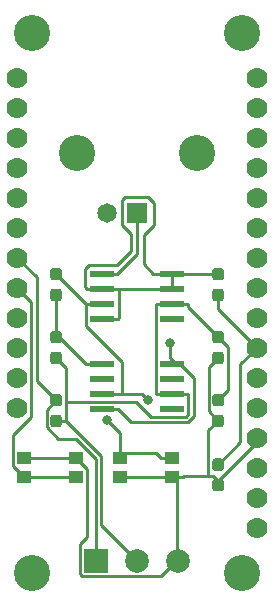
<source format=gbr>
G04 #@! TF.GenerationSoftware,KiCad,Pcbnew,5.0.2-bee76a0~70~ubuntu18.04.1*
G04 #@! TF.CreationDate,2019-02-21T16:56:04-08:00*
G04 #@! TF.ProjectId,ph_feather_wing,70685f66-6561-4746-9865-725f77696e67,rev?*
G04 #@! TF.SameCoordinates,Original*
G04 #@! TF.FileFunction,Copper,L1,Top*
G04 #@! TF.FilePolarity,Positive*
%FSLAX46Y46*%
G04 Gerber Fmt 4.6, Leading zero omitted, Abs format (unit mm)*
G04 Created by KiCad (PCBNEW 5.0.2-bee76a0~70~ubuntu18.04.1) date Thu 21 Feb 2019 04:56:04 PM PST*
%MOMM*%
%LPD*%
G01*
G04 APERTURE LIST*
G04 #@! TA.AperFunction,WasherPad*
%ADD10C,3.048000*%
G04 #@! TD*
G04 #@! TA.AperFunction,ComponentPad*
%ADD11C,3.048000*%
G04 #@! TD*
G04 #@! TA.AperFunction,ComponentPad*
%ADD12C,1.778000*%
G04 #@! TD*
G04 #@! TA.AperFunction,ComponentPad*
%ADD13R,1.651000X1.651000*%
G04 #@! TD*
G04 #@! TA.AperFunction,ComponentPad*
%ADD14C,1.651000*%
G04 #@! TD*
G04 #@! TA.AperFunction,ComponentPad*
%ADD15C,2.000000*%
G04 #@! TD*
G04 #@! TA.AperFunction,ComponentPad*
%ADD16R,2.000000X2.000000*%
G04 #@! TD*
G04 #@! TA.AperFunction,SMDPad,CuDef*
%ADD17R,2.058000X0.600000*%
G04 #@! TD*
G04 #@! TA.AperFunction,Conductor*
%ADD18C,0.100000*%
G04 #@! TD*
G04 #@! TA.AperFunction,SMDPad,CuDef*
%ADD19C,0.950000*%
G04 #@! TD*
G04 #@! TA.AperFunction,SMDPad,CuDef*
%ADD20R,1.200000X1.000000*%
G04 #@! TD*
G04 #@! TA.AperFunction,ViaPad*
%ADD21C,0.800000*%
G04 #@! TD*
G04 #@! TA.AperFunction,Conductor*
%ADD22C,0.250000*%
G04 #@! TD*
G04 APERTURE END LIST*
D10*
G04 #@! TO.P,W1,*
G04 #@! TO.N,*
X67310000Y-53340000D03*
X85090000Y-53340000D03*
D11*
X85090000Y-99060000D03*
X67310000Y-99060000D03*
D12*
G04 #@! TO.P,W1,1*
G04 #@! TO.N,Net-(W1-Pad1)*
X66040000Y-57150000D03*
G04 #@! TO.P,W1,2*
G04 #@! TO.N,Net-(W1-Pad2)*
X66040000Y-59690000D03*
G04 #@! TO.P,W1,3*
G04 #@! TO.N,Net-(W1-Pad3)*
X66040000Y-62230000D03*
G04 #@! TO.P,W1,4*
G04 #@! TO.N,Net-(W1-Pad4)*
X66040000Y-64770000D03*
G04 #@! TO.P,W1,5*
G04 #@! TO.N,Net-(W1-Pad5)*
X66040000Y-67310000D03*
G04 #@! TO.P,W1,6*
G04 #@! TO.N,Net-(W1-Pad6)*
X66040000Y-69850000D03*
G04 #@! TO.P,W1,7*
G04 #@! TO.N,/TEMP_DATA*
X66040000Y-72390000D03*
G04 #@! TO.P,W1,8*
G04 #@! TO.N,/BUTTON_1*
X66040000Y-74930000D03*
G04 #@! TO.P,W1,9*
G04 #@! TO.N,/BUTTON_2*
X66040000Y-77470000D03*
G04 #@! TO.P,W1,10*
G04 #@! TO.N,Net-(W1-Pad10)*
X66040000Y-80010000D03*
G04 #@! TO.P,W1,11*
G04 #@! TO.N,Net-(W1-Pad11)*
X66040000Y-82550000D03*
G04 #@! TO.P,W1,12*
G04 #@! TO.N,Net-(W1-Pad12)*
X66040000Y-85090000D03*
G04 #@! TO.P,W1,13*
G04 #@! TO.N,Net-(W1-Pad13)*
X86360000Y-95250000D03*
G04 #@! TO.P,W1,14*
G04 #@! TO.N,/3V3*
X86360000Y-92710000D03*
G04 #@! TO.P,W1,15*
G04 #@! TO.N,Net-(W1-Pad15)*
X86360000Y-90170000D03*
G04 #@! TO.P,W1,16*
G04 #@! TO.N,GND*
X86360000Y-87630000D03*
G04 #@! TO.P,W1,17*
G04 #@! TO.N,Net-(W1-Pad17)*
X86360000Y-85090000D03*
G04 #@! TO.P,W1,18*
G04 #@! TO.N,Net-(W1-Pad18)*
X86360000Y-82550000D03*
G04 #@! TO.P,W1,19*
G04 #@! TO.N,/PH_VOUT*
X86360000Y-80010000D03*
G04 #@! TO.P,W1,20*
G04 #@! TO.N,Net-(W1-Pad20)*
X86360000Y-77470000D03*
G04 #@! TO.P,W1,21*
G04 #@! TO.N,Net-(W1-Pad21)*
X86360000Y-74930000D03*
G04 #@! TO.P,W1,22*
G04 #@! TO.N,Net-(W1-Pad22)*
X86360000Y-72390000D03*
G04 #@! TO.P,W1,23*
G04 #@! TO.N,Net-(W1-Pad23)*
X86360000Y-69850000D03*
G04 #@! TO.P,W1,24*
G04 #@! TO.N,Net-(W1-Pad24)*
X86360000Y-67310000D03*
G04 #@! TO.P,W1,25*
G04 #@! TO.N,Net-(W1-Pad25)*
X86360000Y-64770000D03*
G04 #@! TO.P,W1,26*
G04 #@! TO.N,Net-(W1-Pad26)*
X86360000Y-62230000D03*
G04 #@! TO.P,W1,27*
G04 #@! TO.N,Net-(W1-Pad27)*
X86360000Y-59690000D03*
G04 #@! TO.P,W1,28*
G04 #@! TO.N,Net-(W1-Pad28)*
X86360000Y-57150000D03*
G04 #@! TD*
D11*
G04 #@! TO.P,J1,*
G04 #@! TO.N,*
X71120000Y-63500000D03*
X81280000Y-63500000D03*
D13*
G04 #@! TO.P,J1,1*
G04 #@! TO.N,/PROBE_OUT*
X76200000Y-68580000D03*
D14*
G04 #@! TO.P,J1,2*
G04 #@! TO.N,/PROBE_VGND*
X73660000Y-68580000D03*
G04 #@! TD*
D15*
G04 #@! TO.P,J2,2*
G04 #@! TO.N,/3V3*
X76200000Y-98044000D03*
D16*
G04 #@! TO.P,J2,1*
G04 #@! TO.N,/TEMP_DATA*
X72699880Y-98044000D03*
D15*
G04 #@! TO.P,J2,3*
G04 #@! TO.N,GND*
X79700120Y-98044000D03*
G04 #@! TD*
D17*
G04 #@! TO.P,U1,8*
G04 #@! TO.N,/PROBE_VGND*
X79154000Y-81407000D03*
G04 #@! TO.P,U1,7*
G04 #@! TO.N,Net-(U1-Pad7)*
X79154000Y-82677000D03*
G04 #@! TO.P,U1,6*
G04 #@! TO.N,/3V3*
X79154000Y-83947000D03*
G04 #@! TO.P,U1,5*
G04 #@! TO.N,Net-(U1-Pad5)*
X79154000Y-85217000D03*
G04 #@! TO.P,U1,4*
G04 #@! TO.N,/PROBE_VGND*
X73246000Y-85217000D03*
G04 #@! TO.P,U1,3*
G04 #@! TO.N,GND*
X73246000Y-83947000D03*
G04 #@! TO.P,U1,2*
G04 #@! TO.N,Net-(U1-Pad2)*
X73246000Y-82677000D03*
G04 #@! TO.P,U1,1*
G04 #@! TO.N,Net-(R1-Pad2)*
X73246000Y-81407000D03*
G04 #@! TD*
G04 #@! TO.P,U2,1*
G04 #@! TO.N,/PROBE_OUT*
X73246000Y-73787000D03*
G04 #@! TO.P,U2,2*
G04 #@! TO.N,Net-(R3-Pad1)*
X73246000Y-75057000D03*
G04 #@! TO.P,U2,3*
G04 #@! TO.N,GND*
X73246000Y-76327000D03*
G04 #@! TO.P,U2,4*
G04 #@! TO.N,Net-(R3-Pad1)*
X73246000Y-77597000D03*
G04 #@! TO.P,U2,5*
G04 #@! TO.N,Net-(U2-Pad5)*
X79154000Y-77597000D03*
G04 #@! TO.P,U2,6*
G04 #@! TO.N,/3V3*
X79154000Y-76327000D03*
G04 #@! TO.P,U2,7*
G04 #@! TO.N,Net-(R3-Pad1)*
X79154000Y-75057000D03*
G04 #@! TO.P,U2,8*
X79154000Y-73787000D03*
G04 #@! TD*
D18*
G04 #@! TO.N,GND*
G04 #@! TO.C,C1*
G36*
X83318779Y-91142144D02*
X83341834Y-91145563D01*
X83364443Y-91151227D01*
X83386387Y-91159079D01*
X83407457Y-91169044D01*
X83427448Y-91181026D01*
X83446168Y-91194910D01*
X83463438Y-91210562D01*
X83479090Y-91227832D01*
X83492974Y-91246552D01*
X83504956Y-91266543D01*
X83514921Y-91287613D01*
X83522773Y-91309557D01*
X83528437Y-91332166D01*
X83531856Y-91355221D01*
X83533000Y-91378500D01*
X83533000Y-91953500D01*
X83531856Y-91976779D01*
X83528437Y-91999834D01*
X83522773Y-92022443D01*
X83514921Y-92044387D01*
X83504956Y-92065457D01*
X83492974Y-92085448D01*
X83479090Y-92104168D01*
X83463438Y-92121438D01*
X83446168Y-92137090D01*
X83427448Y-92150974D01*
X83407457Y-92162956D01*
X83386387Y-92172921D01*
X83364443Y-92180773D01*
X83341834Y-92186437D01*
X83318779Y-92189856D01*
X83295500Y-92191000D01*
X82820500Y-92191000D01*
X82797221Y-92189856D01*
X82774166Y-92186437D01*
X82751557Y-92180773D01*
X82729613Y-92172921D01*
X82708543Y-92162956D01*
X82688552Y-92150974D01*
X82669832Y-92137090D01*
X82652562Y-92121438D01*
X82636910Y-92104168D01*
X82623026Y-92085448D01*
X82611044Y-92065457D01*
X82601079Y-92044387D01*
X82593227Y-92022443D01*
X82587563Y-91999834D01*
X82584144Y-91976779D01*
X82583000Y-91953500D01*
X82583000Y-91378500D01*
X82584144Y-91355221D01*
X82587563Y-91332166D01*
X82593227Y-91309557D01*
X82601079Y-91287613D01*
X82611044Y-91266543D01*
X82623026Y-91246552D01*
X82636910Y-91227832D01*
X82652562Y-91210562D01*
X82669832Y-91194910D01*
X82688552Y-91181026D01*
X82708543Y-91169044D01*
X82729613Y-91159079D01*
X82751557Y-91151227D01*
X82774166Y-91145563D01*
X82797221Y-91142144D01*
X82820500Y-91141000D01*
X83295500Y-91141000D01*
X83318779Y-91142144D01*
X83318779Y-91142144D01*
G37*
D19*
G04 #@! TD*
G04 #@! TO.P,C1,1*
G04 #@! TO.N,GND*
X83058000Y-91666000D03*
D18*
G04 #@! TO.N,/PH_VOUT*
G04 #@! TO.C,C1*
G36*
X83318779Y-89392144D02*
X83341834Y-89395563D01*
X83364443Y-89401227D01*
X83386387Y-89409079D01*
X83407457Y-89419044D01*
X83427448Y-89431026D01*
X83446168Y-89444910D01*
X83463438Y-89460562D01*
X83479090Y-89477832D01*
X83492974Y-89496552D01*
X83504956Y-89516543D01*
X83514921Y-89537613D01*
X83522773Y-89559557D01*
X83528437Y-89582166D01*
X83531856Y-89605221D01*
X83533000Y-89628500D01*
X83533000Y-90203500D01*
X83531856Y-90226779D01*
X83528437Y-90249834D01*
X83522773Y-90272443D01*
X83514921Y-90294387D01*
X83504956Y-90315457D01*
X83492974Y-90335448D01*
X83479090Y-90354168D01*
X83463438Y-90371438D01*
X83446168Y-90387090D01*
X83427448Y-90400974D01*
X83407457Y-90412956D01*
X83386387Y-90422921D01*
X83364443Y-90430773D01*
X83341834Y-90436437D01*
X83318779Y-90439856D01*
X83295500Y-90441000D01*
X82820500Y-90441000D01*
X82797221Y-90439856D01*
X82774166Y-90436437D01*
X82751557Y-90430773D01*
X82729613Y-90422921D01*
X82708543Y-90412956D01*
X82688552Y-90400974D01*
X82669832Y-90387090D01*
X82652562Y-90371438D01*
X82636910Y-90354168D01*
X82623026Y-90335448D01*
X82611044Y-90315457D01*
X82601079Y-90294387D01*
X82593227Y-90272443D01*
X82587563Y-90249834D01*
X82584144Y-90226779D01*
X82583000Y-90203500D01*
X82583000Y-89628500D01*
X82584144Y-89605221D01*
X82587563Y-89582166D01*
X82593227Y-89559557D01*
X82601079Y-89537613D01*
X82611044Y-89516543D01*
X82623026Y-89496552D01*
X82636910Y-89477832D01*
X82652562Y-89460562D01*
X82669832Y-89444910D01*
X82688552Y-89431026D01*
X82708543Y-89419044D01*
X82729613Y-89409079D01*
X82751557Y-89401227D01*
X82774166Y-89395563D01*
X82797221Y-89392144D01*
X82820500Y-89391000D01*
X83295500Y-89391000D01*
X83318779Y-89392144D01*
X83318779Y-89392144D01*
G37*
D19*
G04 #@! TD*
G04 #@! TO.P,C1,2*
G04 #@! TO.N,/PH_VOUT*
X83058000Y-89916000D03*
D18*
G04 #@! TO.N,GND*
G04 #@! TO.C,C2*
G36*
X83318779Y-85695144D02*
X83341834Y-85698563D01*
X83364443Y-85704227D01*
X83386387Y-85712079D01*
X83407457Y-85722044D01*
X83427448Y-85734026D01*
X83446168Y-85747910D01*
X83463438Y-85763562D01*
X83479090Y-85780832D01*
X83492974Y-85799552D01*
X83504956Y-85819543D01*
X83514921Y-85840613D01*
X83522773Y-85862557D01*
X83528437Y-85885166D01*
X83531856Y-85908221D01*
X83533000Y-85931500D01*
X83533000Y-86506500D01*
X83531856Y-86529779D01*
X83528437Y-86552834D01*
X83522773Y-86575443D01*
X83514921Y-86597387D01*
X83504956Y-86618457D01*
X83492974Y-86638448D01*
X83479090Y-86657168D01*
X83463438Y-86674438D01*
X83446168Y-86690090D01*
X83427448Y-86703974D01*
X83407457Y-86715956D01*
X83386387Y-86725921D01*
X83364443Y-86733773D01*
X83341834Y-86739437D01*
X83318779Y-86742856D01*
X83295500Y-86744000D01*
X82820500Y-86744000D01*
X82797221Y-86742856D01*
X82774166Y-86739437D01*
X82751557Y-86733773D01*
X82729613Y-86725921D01*
X82708543Y-86715956D01*
X82688552Y-86703974D01*
X82669832Y-86690090D01*
X82652562Y-86674438D01*
X82636910Y-86657168D01*
X82623026Y-86638448D01*
X82611044Y-86618457D01*
X82601079Y-86597387D01*
X82593227Y-86575443D01*
X82587563Y-86552834D01*
X82584144Y-86529779D01*
X82583000Y-86506500D01*
X82583000Y-85931500D01*
X82584144Y-85908221D01*
X82587563Y-85885166D01*
X82593227Y-85862557D01*
X82601079Y-85840613D01*
X82611044Y-85819543D01*
X82623026Y-85799552D01*
X82636910Y-85780832D01*
X82652562Y-85763562D01*
X82669832Y-85747910D01*
X82688552Y-85734026D01*
X82708543Y-85722044D01*
X82729613Y-85712079D01*
X82751557Y-85704227D01*
X82774166Y-85698563D01*
X82797221Y-85695144D01*
X82820500Y-85694000D01*
X83295500Y-85694000D01*
X83318779Y-85695144D01*
X83318779Y-85695144D01*
G37*
D19*
G04 #@! TD*
G04 #@! TO.P,C2,2*
G04 #@! TO.N,GND*
X83058000Y-86219000D03*
D18*
G04 #@! TO.N,/3V3*
G04 #@! TO.C,C2*
G36*
X83318779Y-83945144D02*
X83341834Y-83948563D01*
X83364443Y-83954227D01*
X83386387Y-83962079D01*
X83407457Y-83972044D01*
X83427448Y-83984026D01*
X83446168Y-83997910D01*
X83463438Y-84013562D01*
X83479090Y-84030832D01*
X83492974Y-84049552D01*
X83504956Y-84069543D01*
X83514921Y-84090613D01*
X83522773Y-84112557D01*
X83528437Y-84135166D01*
X83531856Y-84158221D01*
X83533000Y-84181500D01*
X83533000Y-84756500D01*
X83531856Y-84779779D01*
X83528437Y-84802834D01*
X83522773Y-84825443D01*
X83514921Y-84847387D01*
X83504956Y-84868457D01*
X83492974Y-84888448D01*
X83479090Y-84907168D01*
X83463438Y-84924438D01*
X83446168Y-84940090D01*
X83427448Y-84953974D01*
X83407457Y-84965956D01*
X83386387Y-84975921D01*
X83364443Y-84983773D01*
X83341834Y-84989437D01*
X83318779Y-84992856D01*
X83295500Y-84994000D01*
X82820500Y-84994000D01*
X82797221Y-84992856D01*
X82774166Y-84989437D01*
X82751557Y-84983773D01*
X82729613Y-84975921D01*
X82708543Y-84965956D01*
X82688552Y-84953974D01*
X82669832Y-84940090D01*
X82652562Y-84924438D01*
X82636910Y-84907168D01*
X82623026Y-84888448D01*
X82611044Y-84868457D01*
X82601079Y-84847387D01*
X82593227Y-84825443D01*
X82587563Y-84802834D01*
X82584144Y-84779779D01*
X82583000Y-84756500D01*
X82583000Y-84181500D01*
X82584144Y-84158221D01*
X82587563Y-84135166D01*
X82593227Y-84112557D01*
X82601079Y-84090613D01*
X82611044Y-84069543D01*
X82623026Y-84049552D01*
X82636910Y-84030832D01*
X82652562Y-84013562D01*
X82669832Y-83997910D01*
X82688552Y-83984026D01*
X82708543Y-83972044D01*
X82729613Y-83962079D01*
X82751557Y-83954227D01*
X82774166Y-83948563D01*
X82797221Y-83945144D01*
X82820500Y-83944000D01*
X83295500Y-83944000D01*
X83318779Y-83945144D01*
X83318779Y-83945144D01*
G37*
D19*
G04 #@! TD*
G04 #@! TO.P,C2,1*
G04 #@! TO.N,/3V3*
X83058000Y-84469000D03*
D18*
G04 #@! TO.N,/3V3*
G04 #@! TO.C,C3*
G36*
X83318779Y-78611144D02*
X83341834Y-78614563D01*
X83364443Y-78620227D01*
X83386387Y-78628079D01*
X83407457Y-78638044D01*
X83427448Y-78650026D01*
X83446168Y-78663910D01*
X83463438Y-78679562D01*
X83479090Y-78696832D01*
X83492974Y-78715552D01*
X83504956Y-78735543D01*
X83514921Y-78756613D01*
X83522773Y-78778557D01*
X83528437Y-78801166D01*
X83531856Y-78824221D01*
X83533000Y-78847500D01*
X83533000Y-79422500D01*
X83531856Y-79445779D01*
X83528437Y-79468834D01*
X83522773Y-79491443D01*
X83514921Y-79513387D01*
X83504956Y-79534457D01*
X83492974Y-79554448D01*
X83479090Y-79573168D01*
X83463438Y-79590438D01*
X83446168Y-79606090D01*
X83427448Y-79619974D01*
X83407457Y-79631956D01*
X83386387Y-79641921D01*
X83364443Y-79649773D01*
X83341834Y-79655437D01*
X83318779Y-79658856D01*
X83295500Y-79660000D01*
X82820500Y-79660000D01*
X82797221Y-79658856D01*
X82774166Y-79655437D01*
X82751557Y-79649773D01*
X82729613Y-79641921D01*
X82708543Y-79631956D01*
X82688552Y-79619974D01*
X82669832Y-79606090D01*
X82652562Y-79590438D01*
X82636910Y-79573168D01*
X82623026Y-79554448D01*
X82611044Y-79534457D01*
X82601079Y-79513387D01*
X82593227Y-79491443D01*
X82587563Y-79468834D01*
X82584144Y-79445779D01*
X82583000Y-79422500D01*
X82583000Y-78847500D01*
X82584144Y-78824221D01*
X82587563Y-78801166D01*
X82593227Y-78778557D01*
X82601079Y-78756613D01*
X82611044Y-78735543D01*
X82623026Y-78715552D01*
X82636910Y-78696832D01*
X82652562Y-78679562D01*
X82669832Y-78663910D01*
X82688552Y-78650026D01*
X82708543Y-78638044D01*
X82729613Y-78628079D01*
X82751557Y-78620227D01*
X82774166Y-78614563D01*
X82797221Y-78611144D01*
X82820500Y-78610000D01*
X83295500Y-78610000D01*
X83318779Y-78611144D01*
X83318779Y-78611144D01*
G37*
D19*
G04 #@! TD*
G04 #@! TO.P,C3,1*
G04 #@! TO.N,/3V3*
X83058000Y-79135000D03*
D18*
G04 #@! TO.N,GND*
G04 #@! TO.C,C3*
G36*
X83318779Y-80361144D02*
X83341834Y-80364563D01*
X83364443Y-80370227D01*
X83386387Y-80378079D01*
X83407457Y-80388044D01*
X83427448Y-80400026D01*
X83446168Y-80413910D01*
X83463438Y-80429562D01*
X83479090Y-80446832D01*
X83492974Y-80465552D01*
X83504956Y-80485543D01*
X83514921Y-80506613D01*
X83522773Y-80528557D01*
X83528437Y-80551166D01*
X83531856Y-80574221D01*
X83533000Y-80597500D01*
X83533000Y-81172500D01*
X83531856Y-81195779D01*
X83528437Y-81218834D01*
X83522773Y-81241443D01*
X83514921Y-81263387D01*
X83504956Y-81284457D01*
X83492974Y-81304448D01*
X83479090Y-81323168D01*
X83463438Y-81340438D01*
X83446168Y-81356090D01*
X83427448Y-81369974D01*
X83407457Y-81381956D01*
X83386387Y-81391921D01*
X83364443Y-81399773D01*
X83341834Y-81405437D01*
X83318779Y-81408856D01*
X83295500Y-81410000D01*
X82820500Y-81410000D01*
X82797221Y-81408856D01*
X82774166Y-81405437D01*
X82751557Y-81399773D01*
X82729613Y-81391921D01*
X82708543Y-81381956D01*
X82688552Y-81369974D01*
X82669832Y-81356090D01*
X82652562Y-81340438D01*
X82636910Y-81323168D01*
X82623026Y-81304448D01*
X82611044Y-81284457D01*
X82601079Y-81263387D01*
X82593227Y-81241443D01*
X82587563Y-81218834D01*
X82584144Y-81195779D01*
X82583000Y-81172500D01*
X82583000Y-80597500D01*
X82584144Y-80574221D01*
X82587563Y-80551166D01*
X82593227Y-80528557D01*
X82601079Y-80506613D01*
X82611044Y-80485543D01*
X82623026Y-80465552D01*
X82636910Y-80446832D01*
X82652562Y-80429562D01*
X82669832Y-80413910D01*
X82688552Y-80400026D01*
X82708543Y-80388044D01*
X82729613Y-80378079D01*
X82751557Y-80370227D01*
X82774166Y-80364563D01*
X82797221Y-80361144D01*
X82820500Y-80360000D01*
X83295500Y-80360000D01*
X83318779Y-80361144D01*
X83318779Y-80361144D01*
G37*
D19*
G04 #@! TD*
G04 #@! TO.P,C3,2*
G04 #@! TO.N,GND*
X83058000Y-80885000D03*
D18*
G04 #@! TO.N,Net-(R1-Pad2)*
G04 #@! TO.C,R1*
G36*
X69602779Y-78611144D02*
X69625834Y-78614563D01*
X69648443Y-78620227D01*
X69670387Y-78628079D01*
X69691457Y-78638044D01*
X69711448Y-78650026D01*
X69730168Y-78663910D01*
X69747438Y-78679562D01*
X69763090Y-78696832D01*
X69776974Y-78715552D01*
X69788956Y-78735543D01*
X69798921Y-78756613D01*
X69806773Y-78778557D01*
X69812437Y-78801166D01*
X69815856Y-78824221D01*
X69817000Y-78847500D01*
X69817000Y-79422500D01*
X69815856Y-79445779D01*
X69812437Y-79468834D01*
X69806773Y-79491443D01*
X69798921Y-79513387D01*
X69788956Y-79534457D01*
X69776974Y-79554448D01*
X69763090Y-79573168D01*
X69747438Y-79590438D01*
X69730168Y-79606090D01*
X69711448Y-79619974D01*
X69691457Y-79631956D01*
X69670387Y-79641921D01*
X69648443Y-79649773D01*
X69625834Y-79655437D01*
X69602779Y-79658856D01*
X69579500Y-79660000D01*
X69104500Y-79660000D01*
X69081221Y-79658856D01*
X69058166Y-79655437D01*
X69035557Y-79649773D01*
X69013613Y-79641921D01*
X68992543Y-79631956D01*
X68972552Y-79619974D01*
X68953832Y-79606090D01*
X68936562Y-79590438D01*
X68920910Y-79573168D01*
X68907026Y-79554448D01*
X68895044Y-79534457D01*
X68885079Y-79513387D01*
X68877227Y-79491443D01*
X68871563Y-79468834D01*
X68868144Y-79445779D01*
X68867000Y-79422500D01*
X68867000Y-78847500D01*
X68868144Y-78824221D01*
X68871563Y-78801166D01*
X68877227Y-78778557D01*
X68885079Y-78756613D01*
X68895044Y-78735543D01*
X68907026Y-78715552D01*
X68920910Y-78696832D01*
X68936562Y-78679562D01*
X68953832Y-78663910D01*
X68972552Y-78650026D01*
X68992543Y-78638044D01*
X69013613Y-78628079D01*
X69035557Y-78620227D01*
X69058166Y-78614563D01*
X69081221Y-78611144D01*
X69104500Y-78610000D01*
X69579500Y-78610000D01*
X69602779Y-78611144D01*
X69602779Y-78611144D01*
G37*
D19*
G04 #@! TD*
G04 #@! TO.P,R1,2*
G04 #@! TO.N,Net-(R1-Pad2)*
X69342000Y-79135000D03*
D18*
G04 #@! TO.N,/3V3*
G04 #@! TO.C,R1*
G36*
X69602779Y-80361144D02*
X69625834Y-80364563D01*
X69648443Y-80370227D01*
X69670387Y-80378079D01*
X69691457Y-80388044D01*
X69711448Y-80400026D01*
X69730168Y-80413910D01*
X69747438Y-80429562D01*
X69763090Y-80446832D01*
X69776974Y-80465552D01*
X69788956Y-80485543D01*
X69798921Y-80506613D01*
X69806773Y-80528557D01*
X69812437Y-80551166D01*
X69815856Y-80574221D01*
X69817000Y-80597500D01*
X69817000Y-81172500D01*
X69815856Y-81195779D01*
X69812437Y-81218834D01*
X69806773Y-81241443D01*
X69798921Y-81263387D01*
X69788956Y-81284457D01*
X69776974Y-81304448D01*
X69763090Y-81323168D01*
X69747438Y-81340438D01*
X69730168Y-81356090D01*
X69711448Y-81369974D01*
X69691457Y-81381956D01*
X69670387Y-81391921D01*
X69648443Y-81399773D01*
X69625834Y-81405437D01*
X69602779Y-81408856D01*
X69579500Y-81410000D01*
X69104500Y-81410000D01*
X69081221Y-81408856D01*
X69058166Y-81405437D01*
X69035557Y-81399773D01*
X69013613Y-81391921D01*
X68992543Y-81381956D01*
X68972552Y-81369974D01*
X68953832Y-81356090D01*
X68936562Y-81340438D01*
X68920910Y-81323168D01*
X68907026Y-81304448D01*
X68895044Y-81284457D01*
X68885079Y-81263387D01*
X68877227Y-81241443D01*
X68871563Y-81218834D01*
X68868144Y-81195779D01*
X68867000Y-81172500D01*
X68867000Y-80597500D01*
X68868144Y-80574221D01*
X68871563Y-80551166D01*
X68877227Y-80528557D01*
X68885079Y-80506613D01*
X68895044Y-80485543D01*
X68907026Y-80465552D01*
X68920910Y-80446832D01*
X68936562Y-80429562D01*
X68953832Y-80413910D01*
X68972552Y-80400026D01*
X68992543Y-80388044D01*
X69013613Y-80378079D01*
X69035557Y-80370227D01*
X69058166Y-80364563D01*
X69081221Y-80361144D01*
X69104500Y-80360000D01*
X69579500Y-80360000D01*
X69602779Y-80361144D01*
X69602779Y-80361144D01*
G37*
D19*
G04 #@! TD*
G04 #@! TO.P,R1,1*
G04 #@! TO.N,/3V3*
X69342000Y-80885000D03*
D18*
G04 #@! TO.N,GND*
G04 #@! TO.C,R2*
G36*
X69602779Y-73277144D02*
X69625834Y-73280563D01*
X69648443Y-73286227D01*
X69670387Y-73294079D01*
X69691457Y-73304044D01*
X69711448Y-73316026D01*
X69730168Y-73329910D01*
X69747438Y-73345562D01*
X69763090Y-73362832D01*
X69776974Y-73381552D01*
X69788956Y-73401543D01*
X69798921Y-73422613D01*
X69806773Y-73444557D01*
X69812437Y-73467166D01*
X69815856Y-73490221D01*
X69817000Y-73513500D01*
X69817000Y-74088500D01*
X69815856Y-74111779D01*
X69812437Y-74134834D01*
X69806773Y-74157443D01*
X69798921Y-74179387D01*
X69788956Y-74200457D01*
X69776974Y-74220448D01*
X69763090Y-74239168D01*
X69747438Y-74256438D01*
X69730168Y-74272090D01*
X69711448Y-74285974D01*
X69691457Y-74297956D01*
X69670387Y-74307921D01*
X69648443Y-74315773D01*
X69625834Y-74321437D01*
X69602779Y-74324856D01*
X69579500Y-74326000D01*
X69104500Y-74326000D01*
X69081221Y-74324856D01*
X69058166Y-74321437D01*
X69035557Y-74315773D01*
X69013613Y-74307921D01*
X68992543Y-74297956D01*
X68972552Y-74285974D01*
X68953832Y-74272090D01*
X68936562Y-74256438D01*
X68920910Y-74239168D01*
X68907026Y-74220448D01*
X68895044Y-74200457D01*
X68885079Y-74179387D01*
X68877227Y-74157443D01*
X68871563Y-74134834D01*
X68868144Y-74111779D01*
X68867000Y-74088500D01*
X68867000Y-73513500D01*
X68868144Y-73490221D01*
X68871563Y-73467166D01*
X68877227Y-73444557D01*
X68885079Y-73422613D01*
X68895044Y-73401543D01*
X68907026Y-73381552D01*
X68920910Y-73362832D01*
X68936562Y-73345562D01*
X68953832Y-73329910D01*
X68972552Y-73316026D01*
X68992543Y-73304044D01*
X69013613Y-73294079D01*
X69035557Y-73286227D01*
X69058166Y-73280563D01*
X69081221Y-73277144D01*
X69104500Y-73276000D01*
X69579500Y-73276000D01*
X69602779Y-73277144D01*
X69602779Y-73277144D01*
G37*
D19*
G04 #@! TD*
G04 #@! TO.P,R2,2*
G04 #@! TO.N,GND*
X69342000Y-73801000D03*
D18*
G04 #@! TO.N,Net-(R1-Pad2)*
G04 #@! TO.C,R2*
G36*
X69602779Y-75027144D02*
X69625834Y-75030563D01*
X69648443Y-75036227D01*
X69670387Y-75044079D01*
X69691457Y-75054044D01*
X69711448Y-75066026D01*
X69730168Y-75079910D01*
X69747438Y-75095562D01*
X69763090Y-75112832D01*
X69776974Y-75131552D01*
X69788956Y-75151543D01*
X69798921Y-75172613D01*
X69806773Y-75194557D01*
X69812437Y-75217166D01*
X69815856Y-75240221D01*
X69817000Y-75263500D01*
X69817000Y-75838500D01*
X69815856Y-75861779D01*
X69812437Y-75884834D01*
X69806773Y-75907443D01*
X69798921Y-75929387D01*
X69788956Y-75950457D01*
X69776974Y-75970448D01*
X69763090Y-75989168D01*
X69747438Y-76006438D01*
X69730168Y-76022090D01*
X69711448Y-76035974D01*
X69691457Y-76047956D01*
X69670387Y-76057921D01*
X69648443Y-76065773D01*
X69625834Y-76071437D01*
X69602779Y-76074856D01*
X69579500Y-76076000D01*
X69104500Y-76076000D01*
X69081221Y-76074856D01*
X69058166Y-76071437D01*
X69035557Y-76065773D01*
X69013613Y-76057921D01*
X68992543Y-76047956D01*
X68972552Y-76035974D01*
X68953832Y-76022090D01*
X68936562Y-76006438D01*
X68920910Y-75989168D01*
X68907026Y-75970448D01*
X68895044Y-75950457D01*
X68885079Y-75929387D01*
X68877227Y-75907443D01*
X68871563Y-75884834D01*
X68868144Y-75861779D01*
X68867000Y-75838500D01*
X68867000Y-75263500D01*
X68868144Y-75240221D01*
X68871563Y-75217166D01*
X68877227Y-75194557D01*
X68885079Y-75172613D01*
X68895044Y-75151543D01*
X68907026Y-75131552D01*
X68920910Y-75112832D01*
X68936562Y-75095562D01*
X68953832Y-75079910D01*
X68972552Y-75066026D01*
X68992543Y-75054044D01*
X69013613Y-75044079D01*
X69035557Y-75036227D01*
X69058166Y-75030563D01*
X69081221Y-75027144D01*
X69104500Y-75026000D01*
X69579500Y-75026000D01*
X69602779Y-75027144D01*
X69602779Y-75027144D01*
G37*
D19*
G04 #@! TD*
G04 #@! TO.P,R2,1*
G04 #@! TO.N,Net-(R1-Pad2)*
X69342000Y-75551000D03*
D18*
G04 #@! TO.N,Net-(R3-Pad1)*
G04 #@! TO.C,R3*
G36*
X83318779Y-73277144D02*
X83341834Y-73280563D01*
X83364443Y-73286227D01*
X83386387Y-73294079D01*
X83407457Y-73304044D01*
X83427448Y-73316026D01*
X83446168Y-73329910D01*
X83463438Y-73345562D01*
X83479090Y-73362832D01*
X83492974Y-73381552D01*
X83504956Y-73401543D01*
X83514921Y-73422613D01*
X83522773Y-73444557D01*
X83528437Y-73467166D01*
X83531856Y-73490221D01*
X83533000Y-73513500D01*
X83533000Y-74088500D01*
X83531856Y-74111779D01*
X83528437Y-74134834D01*
X83522773Y-74157443D01*
X83514921Y-74179387D01*
X83504956Y-74200457D01*
X83492974Y-74220448D01*
X83479090Y-74239168D01*
X83463438Y-74256438D01*
X83446168Y-74272090D01*
X83427448Y-74285974D01*
X83407457Y-74297956D01*
X83386387Y-74307921D01*
X83364443Y-74315773D01*
X83341834Y-74321437D01*
X83318779Y-74324856D01*
X83295500Y-74326000D01*
X82820500Y-74326000D01*
X82797221Y-74324856D01*
X82774166Y-74321437D01*
X82751557Y-74315773D01*
X82729613Y-74307921D01*
X82708543Y-74297956D01*
X82688552Y-74285974D01*
X82669832Y-74272090D01*
X82652562Y-74256438D01*
X82636910Y-74239168D01*
X82623026Y-74220448D01*
X82611044Y-74200457D01*
X82601079Y-74179387D01*
X82593227Y-74157443D01*
X82587563Y-74134834D01*
X82584144Y-74111779D01*
X82583000Y-74088500D01*
X82583000Y-73513500D01*
X82584144Y-73490221D01*
X82587563Y-73467166D01*
X82593227Y-73444557D01*
X82601079Y-73422613D01*
X82611044Y-73401543D01*
X82623026Y-73381552D01*
X82636910Y-73362832D01*
X82652562Y-73345562D01*
X82669832Y-73329910D01*
X82688552Y-73316026D01*
X82708543Y-73304044D01*
X82729613Y-73294079D01*
X82751557Y-73286227D01*
X82774166Y-73280563D01*
X82797221Y-73277144D01*
X82820500Y-73276000D01*
X83295500Y-73276000D01*
X83318779Y-73277144D01*
X83318779Y-73277144D01*
G37*
D19*
G04 #@! TD*
G04 #@! TO.P,R3,1*
G04 #@! TO.N,Net-(R3-Pad1)*
X83058000Y-73801000D03*
D18*
G04 #@! TO.N,/PH_VOUT*
G04 #@! TO.C,R3*
G36*
X83318779Y-75027144D02*
X83341834Y-75030563D01*
X83364443Y-75036227D01*
X83386387Y-75044079D01*
X83407457Y-75054044D01*
X83427448Y-75066026D01*
X83446168Y-75079910D01*
X83463438Y-75095562D01*
X83479090Y-75112832D01*
X83492974Y-75131552D01*
X83504956Y-75151543D01*
X83514921Y-75172613D01*
X83522773Y-75194557D01*
X83528437Y-75217166D01*
X83531856Y-75240221D01*
X83533000Y-75263500D01*
X83533000Y-75838500D01*
X83531856Y-75861779D01*
X83528437Y-75884834D01*
X83522773Y-75907443D01*
X83514921Y-75929387D01*
X83504956Y-75950457D01*
X83492974Y-75970448D01*
X83479090Y-75989168D01*
X83463438Y-76006438D01*
X83446168Y-76022090D01*
X83427448Y-76035974D01*
X83407457Y-76047956D01*
X83386387Y-76057921D01*
X83364443Y-76065773D01*
X83341834Y-76071437D01*
X83318779Y-76074856D01*
X83295500Y-76076000D01*
X82820500Y-76076000D01*
X82797221Y-76074856D01*
X82774166Y-76071437D01*
X82751557Y-76065773D01*
X82729613Y-76057921D01*
X82708543Y-76047956D01*
X82688552Y-76035974D01*
X82669832Y-76022090D01*
X82652562Y-76006438D01*
X82636910Y-75989168D01*
X82623026Y-75970448D01*
X82611044Y-75950457D01*
X82601079Y-75929387D01*
X82593227Y-75907443D01*
X82587563Y-75884834D01*
X82584144Y-75861779D01*
X82583000Y-75838500D01*
X82583000Y-75263500D01*
X82584144Y-75240221D01*
X82587563Y-75217166D01*
X82593227Y-75194557D01*
X82601079Y-75172613D01*
X82611044Y-75151543D01*
X82623026Y-75131552D01*
X82636910Y-75112832D01*
X82652562Y-75095562D01*
X82669832Y-75079910D01*
X82688552Y-75066026D01*
X82708543Y-75054044D01*
X82729613Y-75044079D01*
X82751557Y-75036227D01*
X82774166Y-75030563D01*
X82797221Y-75027144D01*
X82820500Y-75026000D01*
X83295500Y-75026000D01*
X83318779Y-75027144D01*
X83318779Y-75027144D01*
G37*
D19*
G04 #@! TD*
G04 #@! TO.P,R3,2*
G04 #@! TO.N,/PH_VOUT*
X83058000Y-75551000D03*
D18*
G04 #@! TO.N,/TEMP_DATA*
G04 #@! TO.C,R4*
G36*
X69602779Y-83945144D02*
X69625834Y-83948563D01*
X69648443Y-83954227D01*
X69670387Y-83962079D01*
X69691457Y-83972044D01*
X69711448Y-83984026D01*
X69730168Y-83997910D01*
X69747438Y-84013562D01*
X69763090Y-84030832D01*
X69776974Y-84049552D01*
X69788956Y-84069543D01*
X69798921Y-84090613D01*
X69806773Y-84112557D01*
X69812437Y-84135166D01*
X69815856Y-84158221D01*
X69817000Y-84181500D01*
X69817000Y-84756500D01*
X69815856Y-84779779D01*
X69812437Y-84802834D01*
X69806773Y-84825443D01*
X69798921Y-84847387D01*
X69788956Y-84868457D01*
X69776974Y-84888448D01*
X69763090Y-84907168D01*
X69747438Y-84924438D01*
X69730168Y-84940090D01*
X69711448Y-84953974D01*
X69691457Y-84965956D01*
X69670387Y-84975921D01*
X69648443Y-84983773D01*
X69625834Y-84989437D01*
X69602779Y-84992856D01*
X69579500Y-84994000D01*
X69104500Y-84994000D01*
X69081221Y-84992856D01*
X69058166Y-84989437D01*
X69035557Y-84983773D01*
X69013613Y-84975921D01*
X68992543Y-84965956D01*
X68972552Y-84953974D01*
X68953832Y-84940090D01*
X68936562Y-84924438D01*
X68920910Y-84907168D01*
X68907026Y-84888448D01*
X68895044Y-84868457D01*
X68885079Y-84847387D01*
X68877227Y-84825443D01*
X68871563Y-84802834D01*
X68868144Y-84779779D01*
X68867000Y-84756500D01*
X68867000Y-84181500D01*
X68868144Y-84158221D01*
X68871563Y-84135166D01*
X68877227Y-84112557D01*
X68885079Y-84090613D01*
X68895044Y-84069543D01*
X68907026Y-84049552D01*
X68920910Y-84030832D01*
X68936562Y-84013562D01*
X68953832Y-83997910D01*
X68972552Y-83984026D01*
X68992543Y-83972044D01*
X69013613Y-83962079D01*
X69035557Y-83954227D01*
X69058166Y-83948563D01*
X69081221Y-83945144D01*
X69104500Y-83944000D01*
X69579500Y-83944000D01*
X69602779Y-83945144D01*
X69602779Y-83945144D01*
G37*
D19*
G04 #@! TD*
G04 #@! TO.P,R4,2*
G04 #@! TO.N,/TEMP_DATA*
X69342000Y-84469000D03*
D18*
G04 #@! TO.N,/3V3*
G04 #@! TO.C,R4*
G36*
X69602779Y-85695144D02*
X69625834Y-85698563D01*
X69648443Y-85704227D01*
X69670387Y-85712079D01*
X69691457Y-85722044D01*
X69711448Y-85734026D01*
X69730168Y-85747910D01*
X69747438Y-85763562D01*
X69763090Y-85780832D01*
X69776974Y-85799552D01*
X69788956Y-85819543D01*
X69798921Y-85840613D01*
X69806773Y-85862557D01*
X69812437Y-85885166D01*
X69815856Y-85908221D01*
X69817000Y-85931500D01*
X69817000Y-86506500D01*
X69815856Y-86529779D01*
X69812437Y-86552834D01*
X69806773Y-86575443D01*
X69798921Y-86597387D01*
X69788956Y-86618457D01*
X69776974Y-86638448D01*
X69763090Y-86657168D01*
X69747438Y-86674438D01*
X69730168Y-86690090D01*
X69711448Y-86703974D01*
X69691457Y-86715956D01*
X69670387Y-86725921D01*
X69648443Y-86733773D01*
X69625834Y-86739437D01*
X69602779Y-86742856D01*
X69579500Y-86744000D01*
X69104500Y-86744000D01*
X69081221Y-86742856D01*
X69058166Y-86739437D01*
X69035557Y-86733773D01*
X69013613Y-86725921D01*
X68992543Y-86715956D01*
X68972552Y-86703974D01*
X68953832Y-86690090D01*
X68936562Y-86674438D01*
X68920910Y-86657168D01*
X68907026Y-86638448D01*
X68895044Y-86618457D01*
X68885079Y-86597387D01*
X68877227Y-86575443D01*
X68871563Y-86552834D01*
X68868144Y-86529779D01*
X68867000Y-86506500D01*
X68867000Y-85931500D01*
X68868144Y-85908221D01*
X68871563Y-85885166D01*
X68877227Y-85862557D01*
X68885079Y-85840613D01*
X68895044Y-85819543D01*
X68907026Y-85799552D01*
X68920910Y-85780832D01*
X68936562Y-85763562D01*
X68953832Y-85747910D01*
X68972552Y-85734026D01*
X68992543Y-85722044D01*
X69013613Y-85712079D01*
X69035557Y-85704227D01*
X69058166Y-85698563D01*
X69081221Y-85695144D01*
X69104500Y-85694000D01*
X69579500Y-85694000D01*
X69602779Y-85695144D01*
X69602779Y-85695144D01*
G37*
D19*
G04 #@! TD*
G04 #@! TO.P,R4,1*
G04 #@! TO.N,/3V3*
X69342000Y-86219000D03*
D20*
G04 #@! TO.P,SW1,1*
G04 #@! TO.N,/BUTTON_1*
X71034000Y-90970000D03*
X66634000Y-90970000D03*
G04 #@! TO.P,SW1,2*
G04 #@! TO.N,GND*
X71034000Y-89370000D03*
X66634000Y-89370000D03*
G04 #@! TD*
G04 #@! TO.P,SW2,2*
G04 #@! TO.N,GND*
X79162000Y-90970000D03*
X74762000Y-90970000D03*
G04 #@! TO.P,SW2,1*
G04 #@! TO.N,/BUTTON_2*
X79162000Y-89370000D03*
X74762000Y-89370000D03*
G04 #@! TD*
D21*
G04 #@! TO.N,GND*
X77139800Y-84429600D03*
G04 #@! TO.N,/PROBE_VGND*
X78984200Y-79634200D03*
G04 #@! TO.N,/BUTTON_2*
X73691200Y-86141600D03*
G04 #@! TD*
D22*
G04 #@! TO.N,GND*
X83058000Y-86219000D02*
X82251800Y-85412800D01*
X82251800Y-85412800D02*
X82251800Y-81691200D01*
X82251800Y-81691200D02*
X83058000Y-80885000D01*
X82249200Y-90910000D02*
X82249200Y-87027800D01*
X82249200Y-87027800D02*
X83058000Y-86219000D01*
X74951600Y-83947000D02*
X74951600Y-81267700D01*
X74951600Y-81267700D02*
X71891700Y-78207800D01*
X71891700Y-78207800D02*
X71891700Y-76327000D01*
X71891700Y-76327000D02*
X71868000Y-76327000D01*
X71868000Y-76327000D02*
X69342000Y-73801000D01*
X74951600Y-83947000D02*
X76657200Y-83947000D01*
X76657200Y-83947000D02*
X77139800Y-84429600D01*
X73246000Y-83947000D02*
X74951600Y-83947000D01*
X79624700Y-97968600D02*
X79700100Y-98044000D01*
X79624700Y-90970000D02*
X79624700Y-97968600D01*
X79624700Y-97968600D02*
X78223900Y-99369400D01*
X78223900Y-99369400D02*
X71526100Y-99369400D01*
X71526100Y-99369400D02*
X71374500Y-99217800D01*
X71374500Y-99217800D02*
X71374500Y-96605300D01*
X71374500Y-96605300D02*
X71959300Y-96020500D01*
X71959300Y-96020500D02*
X71959300Y-90295300D01*
X71959300Y-90295300D02*
X71034000Y-89370000D01*
X73246000Y-76327000D02*
X71891700Y-76327000D01*
X82249200Y-90910000D02*
X80147300Y-90910000D01*
X80147300Y-90910000D02*
X80087300Y-90970000D01*
X83058000Y-91329500D02*
X82638500Y-90910000D01*
X82638500Y-90910000D02*
X82249200Y-90910000D01*
X79624700Y-90970000D02*
X80087300Y-90970000D01*
X79162000Y-90970000D02*
X79624700Y-90970000D01*
X74762000Y-90970000D02*
X79162000Y-90970000D01*
X83058000Y-91329500D02*
X83058000Y-91666000D01*
X86360000Y-87630000D02*
X86360000Y-88027500D01*
X86360000Y-88027500D02*
X83058000Y-91329500D01*
X66634000Y-89370000D02*
X71034000Y-89370000D01*
G04 #@! TO.N,/PH_VOUT*
X83058000Y-89916000D02*
X84949700Y-88024300D01*
X84949700Y-88024300D02*
X84949700Y-81420300D01*
X84949700Y-81420300D02*
X86360000Y-80010000D01*
X83058000Y-75551000D02*
X83058000Y-76708000D01*
X83058000Y-76708000D02*
X86360000Y-80010000D01*
G04 #@! TO.N,/3V3*
X79154000Y-83947000D02*
X80508300Y-83947000D01*
X70191000Y-84582000D02*
X76148100Y-84582000D01*
X76148100Y-84582000D02*
X77418400Y-85852300D01*
X77418400Y-85852300D02*
X80308300Y-85852300D01*
X80308300Y-85852300D02*
X80508300Y-85652300D01*
X80508300Y-85652300D02*
X80508300Y-83947000D01*
X70191000Y-84582000D02*
X70191000Y-86219000D01*
X69342000Y-80885000D02*
X70191000Y-81734000D01*
X70191000Y-81734000D02*
X70191000Y-84582000D01*
X77799700Y-83947000D02*
X77799700Y-76327000D01*
X70191000Y-86219000D02*
X73150300Y-89178300D01*
X73150300Y-89178300D02*
X73150300Y-94994300D01*
X73150300Y-94994300D02*
X76200000Y-98044000D01*
X69342000Y-86219000D02*
X70191000Y-86219000D01*
X79154000Y-76327000D02*
X77799700Y-76327000D01*
X79154000Y-83947000D02*
X77799700Y-83947000D01*
X79154000Y-76327000D02*
X80508300Y-76327000D01*
X80508300Y-76327000D02*
X80508300Y-76585300D01*
X80508300Y-76585300D02*
X83058000Y-79135000D01*
X83058000Y-84469000D02*
X83900500Y-83626500D01*
X83900500Y-83626500D02*
X83900500Y-79977500D01*
X83900500Y-79977500D02*
X83058000Y-79135000D01*
G04 #@! TO.N,/PROBE_OUT*
X73246000Y-73787000D02*
X74525000Y-73787000D01*
X74525000Y-73787000D02*
X76200000Y-72112000D01*
X76200000Y-72112000D02*
X76200000Y-68580000D01*
G04 #@! TO.N,/PROBE_VGND*
X74600300Y-85217000D02*
X75685900Y-86302600D01*
X75685900Y-86302600D02*
X80494900Y-86302600D01*
X80494900Y-86302600D02*
X81002500Y-85795000D01*
X81002500Y-85795000D02*
X81002500Y-82598600D01*
X81002500Y-82598600D02*
X79810900Y-81407000D01*
X79482500Y-81407000D02*
X78984200Y-80908700D01*
X78984200Y-80908700D02*
X78984200Y-79634200D01*
X79482500Y-81407000D02*
X79810900Y-81407000D01*
X79154000Y-81407000D02*
X79482500Y-81407000D01*
X73246000Y-85217000D02*
X74600300Y-85217000D01*
G04 #@! TO.N,/TEMP_DATA*
X72699900Y-96718700D02*
X72699900Y-89401000D01*
X72699900Y-89401000D02*
X71071200Y-87772300D01*
X71071200Y-87772300D02*
X69548300Y-87772300D01*
X69548300Y-87772300D02*
X68540700Y-86764700D01*
X68540700Y-86764700D02*
X68540700Y-85270300D01*
X68540700Y-85270300D02*
X69342000Y-84469000D01*
X72699900Y-98044000D02*
X72699900Y-96718700D01*
X66040000Y-72390000D02*
X67708300Y-74058300D01*
X67708300Y-74058300D02*
X67708300Y-82835300D01*
X67708300Y-82835300D02*
X69342000Y-84469000D01*
G04 #@! TO.N,Net-(R1-Pad2)*
X69342000Y-79135000D02*
X69619700Y-79135000D01*
X69619700Y-79135000D02*
X71891700Y-81407000D01*
X69342000Y-75551000D02*
X69342000Y-79135000D01*
X73246000Y-81407000D02*
X71891700Y-81407000D01*
G04 #@! TO.N,Net-(R3-Pad1)*
X73246000Y-77597000D02*
X74600300Y-77597000D01*
X74695000Y-75057000D02*
X74695000Y-77502300D01*
X74695000Y-77502300D02*
X74600300Y-77597000D01*
X74695000Y-75057000D02*
X73246000Y-75057000D01*
X79154000Y-75057000D02*
X74695000Y-75057000D01*
X73246000Y-75057000D02*
X71983600Y-75057000D01*
X71983600Y-75057000D02*
X71780400Y-74853800D01*
X71780400Y-74853800D02*
X71780400Y-73338600D01*
X71780400Y-73338600D02*
X72119400Y-72999600D01*
X72119400Y-72999600D02*
X74523600Y-72999600D01*
X74523600Y-72999600D02*
X75717400Y-71805800D01*
X75717400Y-71805800D02*
X75717400Y-70383400D01*
X75717400Y-70383400D02*
X74930000Y-69596000D01*
X74930000Y-69596000D02*
X74930000Y-67513200D01*
X74930000Y-67513200D02*
X75158600Y-67284600D01*
X75158600Y-67284600D02*
X77165200Y-67284600D01*
X77165200Y-67284600D02*
X77622400Y-67741800D01*
X77622400Y-67741800D02*
X77622400Y-69646800D01*
X77622400Y-69646800D02*
X76758800Y-70510400D01*
X76758800Y-70510400D02*
X76758800Y-72974200D01*
X76758800Y-72974200D02*
X77571600Y-73787000D01*
X77571600Y-73787000D02*
X79154000Y-73787000D01*
X79154000Y-73787000D02*
X80508300Y-73787000D01*
X83058000Y-73801000D02*
X80522300Y-73801000D01*
X80522300Y-73801000D02*
X80508300Y-73787000D01*
X79154000Y-73787000D02*
X79154000Y-75057000D01*
G04 #@! TO.N,/BUTTON_1*
X66634000Y-90970000D02*
X70108700Y-90970000D01*
X66040000Y-74930000D02*
X67257900Y-76147900D01*
X67257900Y-76147900D02*
X67257900Y-85875200D01*
X67257900Y-85875200D02*
X65708600Y-87424500D01*
X65708600Y-87424500D02*
X65708600Y-90044600D01*
X65708600Y-90044600D02*
X66634000Y-90970000D01*
X71034000Y-90970000D02*
X70108700Y-90970000D01*
G04 #@! TO.N,/BUTTON_2*
X74762000Y-88957300D02*
X74762000Y-87212400D01*
X74762000Y-87212400D02*
X73691200Y-86141600D01*
X78236700Y-89370000D02*
X77824000Y-88957300D01*
X77824000Y-88957300D02*
X74762000Y-88957300D01*
X79162000Y-89370000D02*
X78236700Y-89370000D01*
X74762000Y-89370000D02*
X74762000Y-88957300D01*
G04 #@! TD*
M02*

</source>
